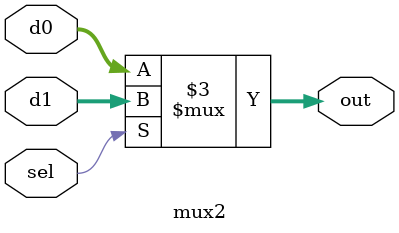
<source format=v>
`timescale 1ns / 1ps

module mux2(d0, d1, sel, out);
parameter data_width=4;
input sel;
input [data_width-1:0] d0;
input [data_width-1:0] d1;
output reg [data_width-1:0] out;

always@(d0, d1, sel) begin
    if(sel) begin
        out=d1;
    end else begin
        out=d0;
    end
end
endmodule

</source>
